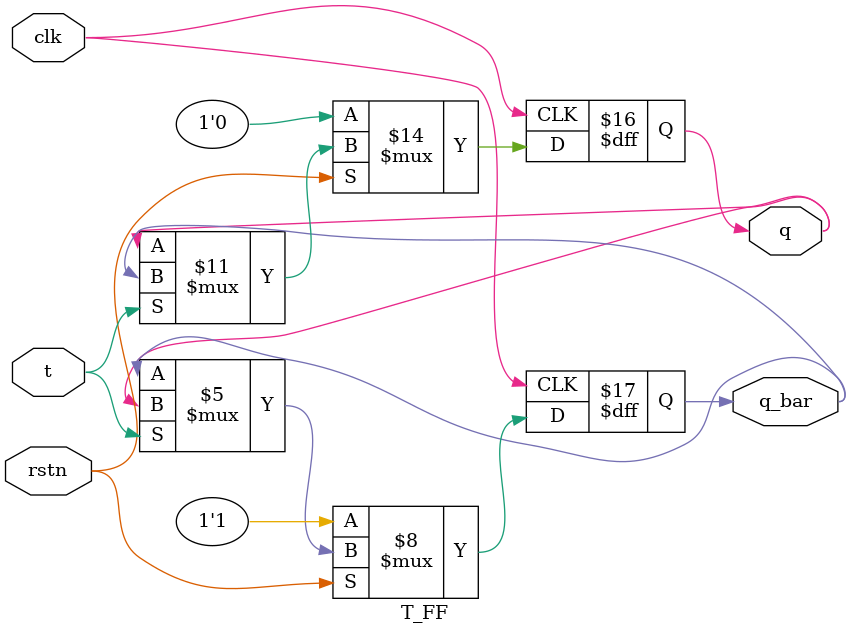
<source format=v>

module T_FF ( input clk, input rstn, input t, output reg q, output reg q_bar);  

  //assign q_bar = ~q
  
  always @ (posedge clk) 
  
  begin  
    if (!rstn) 
		begin
			q <= 1'b0;  
			q_bar <= 1'b1;
		end
    else 
		begin
		
			if (t == 1'b1)  
				begin
					q <= q_bar;
					q_bar <= q;
				end
			else
				begin
					q <= q;
					q_bar <= q_bar;
				end
		
		end     
  end  
endmodule  
</source>
